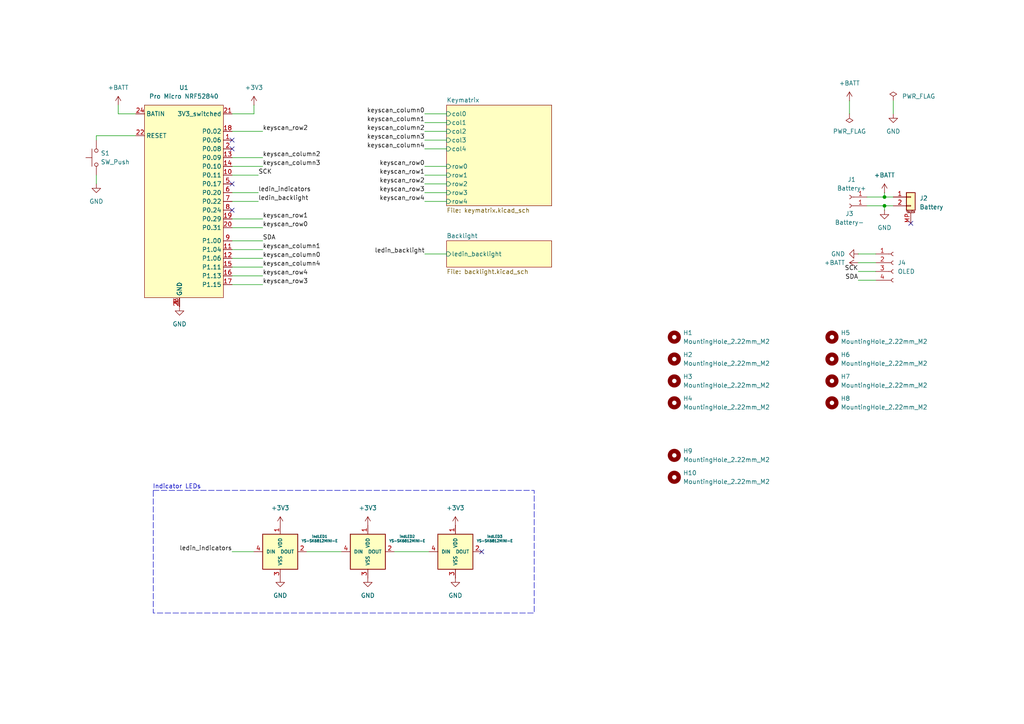
<source format=kicad_sch>
(kicad_sch (version 20231120) (generator "eeschema") (generator_version "8.0")
  (paper "A4")
  (title_block (title "Stellar left halve") (date "2024-11-18") (rev "v0.99") (company "Robo productions"))
  (lib_symbols
    (symbol "Connector:Conn_01x01_Socket" (pin_names (offset 1.016) hide)
      (property "Reference" "J" (at 0 2.54 0))
      (property "Value" "Conn_01x01_Socket" (at 0 -2.54 0))
      (symbol "Conn_01x01_Socket_1_1"
        (polyline (pts (xy -1.27 0) (xy -0.508 0)) (stroke (width 0.1524)))
        (arc (start 0 0.508) (mid -0.5058 0) (end 0 -0.508) (stroke (width 0.1524)))
        (pin passive line (at -5.08 0 0) (length 3.81) (name "Pin_1") (number "1"))
      )
    )
    (symbol "Connector:Conn_01x04_Socket" (pin_names (offset 1.016) hide)
      (property "Reference" "J" (at 0 5.08 0))
      (property "Value" "Conn_01x04_Socket" (at 0 -7.62 0))
      (symbol "Conn_01x04_Socket_1_1"
        (arc (start 0 -4.572) (mid -0.5058 -5.08) (end 0 -5.588) (stroke (width 0.1524)))
        (arc (start 0 -2.032) (mid -0.5058 -2.54) (end 0 -3.048) (stroke (width 0.1524)))
        (polyline (pts (xy -1.27 -5.08) (xy -0.508 -5.08)) (stroke (width 0.1524)))
        (polyline (pts (xy -1.27 -2.54) (xy -0.508 -2.54)) (stroke (width 0.1524)))
        (polyline (pts (xy -1.27 0) (xy -0.508 0)) (stroke (width 0.1524)))
        (polyline (pts (xy -1.27 2.54) (xy -0.508 2.54)) (stroke (width 0.1524)))
        (arc (start 0 0.508) (mid -0.5058 0) (end 0 -0.508) (stroke (width 0.1524)))
        (arc (start 0 3.048) (mid -0.5058 2.54) (end 0 2.032) (stroke (width 0.1524)))
        (pin passive line (at -5.08 2.54 0) (length 3.81) (name "Pin_1") (number "1"))
        (pin passive line (at -5.08 0 0) (length 3.81) (name "Pin_2") (number "2"))
        (pin passive line (at -5.08 -2.54 0) (length 3.81) (name "Pin_3") (number "3"))
        (pin passive line (at -5.08 -5.08 0) (length 3.81) (name "Pin_4") (number "4"))
      )
    )
    (symbol "Connector_Generic_MountingPin:Conn_01x02_MountingPin" (pin_names (offset 1.016) hide)
      (property "Reference" "J" (at 0 2.54 0))
      (property "Value" "Conn_01x02_MountingPin" (at 1.27 -5.08 0))
      (symbol "Conn_01x02_MountingPin_1_1"
        (rectangle (start -1.27 -2.413) (end 0 -2.667) (stroke (width 0.1524)))
        (rectangle (start -1.27 0.127) (end 0 -0.127) (stroke (width 0.1524)))
        (rectangle (start -1.27 1.27) (end 1.27 -3.81) (stroke (width 0.254)) (fill (type background)))
        (polyline (pts (xy -1.016 -4.572) (xy 1.016 -4.572)) (stroke (width 0.1524)))
        (text "Mounting" (at 0 -4.191 0) (effects (font (size 0.381 0.381))))
        (pin passive line (at -5.08 0 0) (length 3.81) (name "Pin_1") (number "1"))
        (pin passive line (at -5.08 -2.54 0) (length 3.81) (name "Pin_2") (number "2"))
        (pin passive line (at 0 -7.62 90) (length 3.048) (name "MountPin") (number "MP"))
      )
    )
    (symbol "Mechanical:MountingHole" (pin_names (offset 1.016)) (exclude_from_sim yes) (in_bom no)
      (property "Reference" "H" (at 0 5.08 0))
      (property "Value" "MountingHole" (at 0 3.175 0))
      (symbol "MountingHole_0_1"
        (circle (center 0 0) (radius 1.27) (stroke (width 1.27)))
      )
    )
    (symbol "Stelarlib:ProMicro"
      (property "Reference" "U" (at 1.016 2.032 0))
      (property "Value" "Pro Micro NRF52840" (at 10.16 4.572 0))
      (symbol "ProMicro_1_1"
        (rectangle (start 0 0) (end 22.86 -55.88) (fill (type background)))
        (pin bidirectional line (at 25.4 -10.16 180) (length 2.54) (name "P0.06") (number "1"))
        (pin bidirectional line (at 25.4 -20.32 180) (length 2.54) (name "P0.11") (number "10"))
        (pin bidirectional line (at 25.4 -41.91 180) (length 2.54) (name "P1.04") (number "11"))
        (pin bidirectional line (at 25.4 -44.45 180) (length 2.54) (name "P1.06") (number "12"))
        (pin bidirectional line (at 25.4 -15.24 180) (length 2.54) (name "P0.09") (number "13"))
        (pin bidirectional line (at 25.4 -17.78 180) (length 2.54) (name "P0.10") (number "14"))
        (pin bidirectional line (at 25.4 -46.99 180) (length 2.54) (name "P1.11") (number "15"))
        (pin bidirectional line (at 25.4 -49.53 180) (length 2.54) (name "P1.13") (number "16"))
        (pin bidirectional line (at 25.4 -52.07 180) (length 2.54) (name "P1.15") (number "17"))
        (pin bidirectional line (at 25.4 -7.62 180) (length 2.54) (name "P0.02") (number "18"))
        (pin bidirectional line (at 25.4 -33.02 180) (length 2.54) (name "P0.29") (number "19"))
        (pin bidirectional line (at 25.4 -12.7 180) (length 2.54) (name "P0.08") (number "2"))
        (pin bidirectional line (at 25.4 -35.56 180) (length 2.54) (name "P0.31") (number "20"))
        (pin power_out line (at 25.4 -2.54 180) (length 2.54) (name "3V3_switched") (number "21"))
        (pin input line (at -2.54 -8.89 0) (length 2.54) (name "RESET") (number "22"))
        (pin passive line (at 10.16 -58.42 90) (length 2.54) (name "GND") (number "23"))
        (pin power_in line (at -2.54 -2.54 0) (length 2.54) (name "BATIN") (number "24"))
        (pin power_in line (at 10.16 -58.42 90) (length 2.54) (name "GND") (number "3"))
        (pin passive line (at 10.16 -58.42 90) (length 2.54) (name "GND") (number "4"))
        (pin bidirectional line (at 25.4 -22.86 180) (length 2.54) (name "P0.17") (number "5"))
        (pin bidirectional line (at 25.4 -25.4 180) (length 2.54) (name "P0.20") (number "6"))
        (pin bidirectional line (at 25.4 -27.94 180) (length 2.54) (name "P0.22") (number "7"))
        (pin bidirectional line (at 25.4 -30.48 180) (length 2.54) (name "P0.24") (number "8"))
        (pin bidirectional line (at 25.4 -39.37 180) (length 2.54) (name "P1.00") (number "9"))
      )
    )
    (symbol "Stelarlib:YS-SK6812MINI-E" (pin_names (offset 1.016))
      (property "Reference" "LED" (at 2.54 -7.62 0))
      (property "Value" "YS-SK6812MINI-E" (at 6.35 -6.35 0))
      (symbol "YS-SK6812MINI-E_0_1"
        (rectangle (start -5.08 5.08) (end 5.08 -5.08) (stroke (width 0.254)) (fill (type background)))
      )
      (symbol "YS-SK6812MINI-E_1_1"
        (pin power_in line (at 0 7.62 270) (length 2.54) (name "VDD") (number "1"))
        (pin output line (at 7.62 0 180) (length 2.54) (name "DOUT") (number "2"))
        (pin power_in line (at 0 -7.62 90) (length 2.54) (name "VSS") (number "3"))
        (pin input line (at -7.62 0 0) (length 2.54) (name "DIN") (number "4"))
      )
    )
    (symbol "Switch:SW_Push" (pin_numbers hide) (pin_names (offset 1.016) hide)
      (property "Reference" "SW" (at 1.27 2.54 0))
      (property "Value" "SW_Push" (at 0 -1.524 0))
      (symbol "SW_Push_0_1"
        (circle (center -2.032 0) (radius 0.508))
        (polyline (pts (xy 0 1.27) (xy 0 3.048)))
        (polyline (pts (xy 2.54 1.27) (xy -2.54 1.27)))
        (circle (center 2.032 0) (radius 0.508))
        (pin passive line (at -5.08 0 0) (length 2.54) (name "1") (number "1"))
        (pin passive line (at 5.08 0 180) (length 2.54) (name "2") (number "2"))
      )
    )
    (symbol "power:+3V3" (power) (pin_numbers hide) (pin_names (offset 0) hide)
      (property "Value" "+3V3" (at 0 3.556 0))
      (symbol "+3V3_0_1"
        (polyline (pts (xy -0.762 1.27) (xy 0 2.54)))
        (polyline (pts (xy 0 0) (xy 0 2.54)))
        (polyline (pts (xy 0 2.54) (xy 0.762 1.27)))
      )
      (symbol "+3V3_1_1"
        (pin power_in line (at 0 0 90) (length 0) (name "~") (number "1"))
      )
    )
    (symbol "power:+BATT" (power) (pin_numbers hide) (pin_names (offset 0) hide)
      (property "Value" "+BATT" (at 0 3.556 0))
      (symbol "+BATT_0_1"
        (polyline (pts (xy -0.762 1.27) (xy 0 2.54)))
        (polyline (pts (xy 0 0) (xy 0 2.54)))
        (polyline (pts (xy 0 2.54) (xy 0.762 1.27)))
      )
      (symbol "+BATT_1_1"
        (pin power_in line (at 0 0 90) (length 0) (name "~") (number "1"))
      )
    )
    (symbol "power:GND" (power) (pin_numbers hide) (pin_names (offset 0) hide)
      (property "Value" "GND" (at 0 -3.81 0))
      (symbol "GND_0_1"
        (polyline (pts (xy 0 0) (xy 0 -1.27) (xy 1.27 -1.27) (xy 0 -2.54) (xy -1.27 -1.27) (xy 0 -1.27)))
      )
      (symbol "GND_1_1"
        (pin power_in line (at 0 0 270) (length 0) (name "~") (number "1"))
      )
    )
    (symbol "power:PWR_FLAG" (power) (pin_numbers hide) (pin_names (offset 0) hide)
      (property "Value" "PWR_FLAG" (at 0 3.81 0))
      (symbol "PWR_FLAG_0_0"
        (pin power_out line (at 0 0 90) (length 0) (name "~") (number "1"))
      )
      (symbol "PWR_FLAG_0_1"
        (polyline (pts (xy 0 0) (xy 0 1.27) (xy -1.016 1.905) (xy 0 2.54) (xy 1.016 1.905) (xy 0 1.27)))
      )
    )
  )
  (junction (at 256.54 57.15))
  (junction (at 256.54 59.69))
  (no_connect (at 67.31 40.64))
  (no_connect (at 67.31 60.96))
  (no_connect (at 67.31 53.34))
  (no_connect (at 67.31 43.18))
  (no_connect (at 264.16 64.77))
  (no_connect (at 139.7 160.02))
  (wire (pts (xy 73.66 30.48) (xy 73.66 33.02)))
  (wire (pts (xy 27.94 50.8) (xy 27.94 53.34)))
  (wire (pts (xy 248.92 81.28) (xy 254 81.28)))
  (wire (pts (xy 123.19 53.34) (xy 129.54 53.34)))
  (wire (pts (xy 67.31 66.04) (xy 76.2 66.04)))
  (wire (pts (xy 246.38 29.21) (xy 246.38 33.02)))
  (wire (pts (xy 248.92 76.2) (xy 254 76.2)))
  (wire (pts (xy 67.31 69.85) (xy 76.2 69.85)))
  (wire (pts (xy 123.19 43.18) (xy 129.54 43.18)))
  (wire (pts (xy 256.54 55.88) (xy 256.54 57.15)))
  (wire (pts (xy 67.31 77.47) (xy 76.2 77.47)))
  (wire (pts (xy 123.19 55.88) (xy 129.54 55.88)))
  (wire (pts (xy 251.46 57.15) (xy 256.54 57.15)))
  (wire (pts (xy 67.31 72.39) (xy 76.2 72.39)))
  (wire (pts (xy 259.08 59.69) (xy 256.54 59.69)))
  (wire (pts (xy 123.19 38.1) (xy 129.54 38.1)))
  (wire (pts (xy 256.54 59.69) (xy 256.54 60.96)))
  (wire (pts (xy 123.19 48.26) (xy 129.54 48.26)))
  (wire (pts (xy 73.66 33.02) (xy 67.31 33.02)))
  (wire (pts (xy 27.94 40.64) (xy 27.94 39.37)))
  (wire (pts (xy 248.92 73.66) (xy 254 73.66)))
  (wire (pts (xy 67.31 80.01) (xy 76.2 80.01)))
  (wire (pts (xy 67.31 38.1) (xy 76.2 38.1)))
  (wire (pts (xy 251.46 59.69) (xy 256.54 59.69)))
  (wire (pts (xy 67.31 45.72) (xy 76.2 45.72)))
  (wire (pts (xy 123.19 33.02) (xy 129.54 33.02)))
  (wire (pts (xy 114.3 160.02) (xy 124.46 160.02)))
  (wire (pts (xy 67.31 50.8) (xy 74.93 50.8)))
  (wire (pts (xy 67.31 160.02) (xy 73.66 160.02)))
  (wire (pts (xy 123.19 50.8) (xy 129.54 50.8)))
  (wire (pts (xy 67.31 55.88) (xy 74.93 55.88)))
  (wire (pts (xy 67.31 63.5) (xy 76.2 63.5)))
  (wire (pts (xy 259.08 29.21) (xy 259.08 33.02)))
  (wire (pts (xy 123.19 35.56) (xy 129.54 35.56)))
  (wire (pts (xy 123.19 40.64) (xy 129.54 40.64)))
  (wire (pts (xy 27.94 39.37) (xy 39.37 39.37)))
  (wire (pts (xy 88.9 160.02) (xy 99.06 160.02)))
  (wire (pts (xy 67.31 58.42) (xy 74.93 58.42)))
  (wire (pts (xy 256.54 57.15) (xy 259.08 57.15)))
  (wire (pts (xy 34.29 33.02) (xy 39.37 33.02)))
  (wire (pts (xy 123.19 73.66) (xy 129.54 73.66)))
  (wire (pts (xy 67.31 74.93) (xy 76.2 74.93)))
  (wire (pts (xy 248.92 78.74) (xy 254 78.74)))
  (wire (pts (xy 123.19 58.42) (xy 129.54 58.42)))
  (wire (pts (xy 67.31 48.26) (xy 76.2 48.26)))
  (wire (pts (xy 67.31 82.55) (xy 76.2 82.55)))
  (wire (pts (xy 34.29 30.48) (xy 34.29 33.02)))
  (rectangle (start 44.45 142.24) (end 154.94 177.8) (stroke (width 0) (type dash)))
  (text "Indicator LEDs" (at 51.308 141.224 0) (effects (font (size 1.27 1.27))))
  (label "keyscan_row1" (at 123.19 50.8 180))
  (label "SDA" (at 76.2 69.85 0))
  (label "SCK" (at 248.92 78.74 180))
  (label "keyscan_row3" (at 76.2 82.55 0))
  (label "keyscan_column2" (at 76.2 45.72 0))
  (label "ledin_backlight" (at 123.19 73.66 180))
  (label "keyscan_column1" (at 76.2 72.39 0))
  (label "keyscan_column3" (at 123.19 40.64 180))
  (label "keyscan_row3" (at 123.19 55.88 180))
  (label "keyscan_column3" (at 76.2 48.26 0))
  (label "keyscan_row0" (at 76.2 66.04 0))
  (label "keyscan_row0" (at 123.19 48.26 180))
  (label "keyscan_column2" (at 123.19 38.1 180))
  (label "ledin_indicators" (at 74.93 55.88 0))
  (label "keyscan_column0" (at 76.2 74.93 0))
  (label "keyscan_column0" (at 123.19 33.02 180))
  (label "ledin_backlight" (at 74.93 58.42 0))
  (label "keyscan_row4" (at 76.2 80.01 0))
  (label "keyscan_row4" (at 123.19 58.42 180))
  (label "keyscan_column4" (at 123.19 43.18 180))
  (label "SDA" (at 248.92 81.28 180))
  (label "keyscan_row1" (at 76.2 63.5 0))
  (label "keyscan_column1" (at 123.19 35.56 180))
  (label "SCK" (at 74.93 50.8 0))
  (label "keyscan_row2" (at 76.2 38.1 0))
  (label "keyscan_row2" (at 123.19 53.34 180))
  (label "keyscan_column4" (at 76.2 77.47 0))
  (label "ledin_indicators" (at 67.31 160.02 180))
  (symbol (lib_id "power:+BATT") (at 34.29 30.48 0) (unit 1)
    (property "Reference" "#PWR02" (effects (hide yes)))
    (property "Value" "+BATT" (at 34.29 25.4 0))
    (property "Description" "Power symbol creates a global label with name \"+BATT\"" (effects (hide yes)))
  )
  (symbol (lib_id "Mechanical:MountingHole") (at 241.3 97.79 0) (unit 1) (exclude_from_sim yes) (in_bom no)
    (property "Reference" "H5" (at 243.84 96.5199 0) (effects (justify left)))
    (property "Value" "MountingHole_2.22mm_M2" (at 243.84 99.0599 0) (effects (justify left)))
    (property "Footprint" "MountingHole:MountingHole_3.5mm" (effects (hide yes)))
    (property "Description" "Mounting Hole without connection" (effects (hide yes)))
  )
  (symbol (lib_id "Mechanical:MountingHole") (at 241.3 116.84 0) (unit 1) (exclude_from_sim yes) (in_bom no)
    (property "Reference" "H8" (at 243.84 115.5699 0) (effects (justify left)))
    (property "Value" "MountingHole_2.22mm_M2" (at 243.84 118.1099 0) (effects (justify left)))
    (property "Footprint" "MountingHole:MountingHole_3.5mm" (effects (hide yes)))
    (property "Description" "Mounting Hole without connection" (effects (hide yes)))
  )
  (symbol (lib_id "Mechanical:MountingHole") (at 195.58 138.43 0) (unit 1) (exclude_from_sim yes) (in_bom no)
    (property "Reference" "H10" (at 198.12 137.1599 0) (effects (justify left)))
    (property "Value" "MountingHole_2.22mm_M2" (at 198.12 139.6999 0) (effects (justify left)))
    (property "Footprint" "MountingHole:MountingHole_2.2mm_M2_DIN965_Pad_TopOnly" (effects (hide yes)))
    (property "Description" "Mounting Hole without connection" (effects (hide yes)))
  )
  (symbol (lib_id "power:GND") (at 81.28 167.64 0) (unit 1)
    (property "Reference" "#PWR014" (effects (hide yes)))
    (property "Value" "GND" (at 81.28 172.72 0))
    (property "Description" "Power symbol creates a global label with name \"GND\" , ground" (effects (hide yes)))
  )
  (symbol (lib_id "power:GND") (at 132.08 167.64 0) (unit 1)
    (property "Reference" "#PWR016" (effects (hide yes)))
    (property "Value" "GND" (at 132.08 172.72 0))
    (property "Description" "Power symbol creates a global label with name \"GND\" , ground" (effects (hide yes)))
  )
  (symbol (lib_id "Mechanical:MountingHole") (at 241.3 104.14 0) (unit 1) (exclude_from_sim yes) (in_bom no)
    (property "Reference" "H6" (at 243.84 102.8699 0) (effects (justify left)))
    (property "Value" "MountingHole_2.22mm_M2" (at 243.84 105.4099 0) (effects (justify left)))
    (property "Footprint" "MountingHole:MountingHole_3.5mm" (effects (hide yes)))
    (property "Description" "Mounting Hole without connection" (effects (hide yes)))
  )
  (symbol (lib_id "Mechanical:MountingHole") (at 195.58 104.14 0) (unit 1) (exclude_from_sim yes) (in_bom no)
    (property "Reference" "H2" (at 198.12 102.8699 0) (effects (justify left)))
    (property "Value" "MountingHole_2.22mm_M2" (at 198.12 105.4099 0) (effects (justify left)))
    (property "Footprint" "MountingHole:MountingHole_2.2mm_M2_DIN965_Pad_TopOnly" (effects (hide yes)))
    (property "Description" "Mounting Hole without connection" (effects (hide yes)))
  )
  (symbol (lib_id "Stelarlib:YS-SK6812MINI-E") (at 81.28 160.02 0) (unit 1)
    (property "Reference" "indLED1" (at 92.71 155.6065 0) (effects (font (size 0.7366 0.7366))))
    (property "Value" "YS-SK6812MINI-E" (at 92.71 156.8765 0) (effects (font (size 0.7366 0.7366))))
    (property "Footprint" "Stellarlib:YS-SK6812MINI-E" (effects (hide yes)))
  )
  (symbol (lib_id "power:+BATT") (at 248.92 76.2 90) (unit 1)
    (property "Reference" "#PWR09" (effects (hide yes)))
    (property "Value" "+BATT" (at 245.11 76.1999 90) (effects (justify left)))
    (property "Description" "Power symbol creates a global label with name \"+BATT\"" (effects (hide yes)))
  )
  (symbol (lib_id "Stelarlib:YS-SK6812MINI-E") (at 106.68 160.02 0) (unit 1)
    (property "Reference" "indLED2" (at 118.11 155.6065 0) (effects (font (size 0.7366 0.7366))))
    (property "Value" "YS-SK6812MINI-E" (at 118.11 156.8765 0) (effects (font (size 0.7366 0.7366))))
    (property "Footprint" "Stellarlib:YS-SK6812MINI-E" (effects (hide yes)))
  )
  (symbol (lib_id "Stelarlib:ProMicro") (at 41.91 30.48 0) (unit 1)
    (property "Reference" "U1" (at 53.34 25.4 0))
    (property "Value" "Pro Micro NRF52840" (at 53.34 27.94 0))
    (property "Footprint" "Stellarlib:ProMicro-NoSilk" (effects (hide yes)))
    (property "Datasheet" "https://wiki.icbbuy.com/doku.php?spm=a2g0o.detail.1000023.1.1b29kSkMkSkMYW&id=developmentboard:nrf52840" (effects (hide yes)))
    (property "Description" "ProMicro NRF52840 compatible with Nice!nano." (effects (hide yes)))
  )
  (symbol (lib_id "Mechanical:MountingHole") (at 195.58 110.49 0) (unit 1) (exclude_from_sim yes) (in_bom no)
    (property "Reference" "H3" (at 198.12 109.2199 0) (effects (justify left)))
    (property "Value" "MountingHole_2.22mm_M2" (at 198.12 111.7599 0) (effects (justify left)))
    (property "Footprint" "MountingHole:MountingHole_2.2mm_M2_DIN965_Pad_TopOnly" (effects (hide yes)))
    (property "Description" "Mounting Hole without connection" (effects (hide yes)))
  )
  (symbol (lib_id "power:GND") (at 256.54 60.96 0) (unit 1)
    (property "Reference" "#PWR07" (effects (hide yes)))
    (property "Value" "GND" (at 256.54 66.04 0))
    (property "Description" "Power symbol creates a global label with name \"GND\" , ground" (effects (hide yes)))
  )
  (symbol (lib_id "Stelarlib:YS-SK6812MINI-E") (at 132.08 160.02 0) (unit 1)
    (property "Reference" "indLED3" (at 143.51 155.6065 0) (effects (font (size 0.7366 0.7366))))
    (property "Value" "YS-SK6812MINI-E" (at 143.51 156.8765 0) (effects (font (size 0.7366 0.7366))))
    (property "Footprint" "Stellarlib:YS-SK6812MINI-E" (effects (hide yes)))
  )
  (symbol (lib_id "Connector_Generic_MountingPin:Conn_01x02_MountingPin") (at 264.16 57.15 0) (unit 1)
    (property "Reference" "J2" (at 266.7 57.5055 0) (effects (justify left)))
    (property "Value" "Battery" (at 266.7 60.0455 0) (effects (justify left)))
    (property "Footprint" "Connector_JST:JST_PH_S2B-PH-SM4-TB_1x02-1MP_P2.00mm_Horizontal" (effects (hide yes)))
    (property "Description" "Generic connectable mounting pin connector, single row, 01x02, script generated (kicad-library-utils/schlib/autogen/connector/)" (effects (hide yes)))
  )
  (symbol (lib_id "Mechanical:MountingHole") (at 195.58 132.08 0) (unit 1) (exclude_from_sim yes) (in_bom no)
    (property "Reference" "H9" (at 198.12 130.8099 0) (effects (justify left)))
    (property "Value" "MountingHole_2.22mm_M2" (at 198.12 133.3499 0) (effects (justify left)))
    (property "Footprint" "MountingHole:MountingHole_2.2mm_M2_DIN965_Pad_TopOnly" (effects (hide yes)))
    (property "Description" "Mounting Hole without connection" (effects (hide yes)))
  )
  (symbol (lib_id "Mechanical:MountingHole") (at 195.58 97.79 0) (unit 1) (exclude_from_sim yes) (in_bom no)
    (property "Reference" "H1" (at 198.12 96.5199 0) (effects (justify left)))
    (property "Value" "MountingHole_2.22mm_M2" (at 198.12 99.0599 0) (effects (justify left)))
    (property "Footprint" "MountingHole:MountingHole_2.2mm_M2_DIN965_Pad_TopOnly" (effects (hide yes)))
    (property "Description" "Mounting Hole without connection" (effects (hide yes)))
  )
  (symbol (lib_id "power:+BATT") (at 246.38 29.21 0) (unit 1)
    (property "Reference" "#PWR01" (effects (hide yes)))
    (property "Value" "+BATT" (at 246.38 24.13 0))
    (property "Description" "Power symbol creates a global label with name \"+BATT\"" (effects (hide yes)))
  )
  (symbol (lib_id "power:+3V3") (at 106.68 152.4 0) (unit 1)
    (property "Reference" "#PWR012" (effects (hide yes)))
    (property "Value" "+3V3" (at 106.68 147.32 0))
    (property "Description" "Power symbol creates a global label with name \"+3V3\"" (effects (hide yes)))
  )
  (symbol (lib_id "power:+3V3") (at 81.28 152.4 0) (unit 1)
    (property "Reference" "#PWR011" (effects (hide yes)))
    (property "Value" "+3V3" (at 81.28 147.32 0))
    (property "Description" "Power symbol creates a global label with name \"+3V3\"" (effects (hide yes)))
  )
  (symbol (lib_id "power:GND") (at 27.94 53.34 0) (unit 1)
    (property "Reference" "#PWR05" (effects (hide yes)))
    (property "Value" "GND" (at 27.94 58.42 0))
    (property "Description" "Power symbol creates a global label with name \"GND\" , ground" (effects (hide yes)))
  )
  (symbol (lib_id "power:+BATT") (at 256.54 55.88 0) (unit 1)
    (property "Reference" "#PWR06" (effects (hide yes)))
    (property "Value" "+BATT" (at 256.54 50.8 0))
    (property "Description" "Power symbol creates a global label with name \"+BATT\"" (effects (hide yes)))
  )
  (symbol (lib_id "power:GND") (at 248.92 73.66 270) (unit 1)
    (property "Reference" "#PWR08" (effects (hide yes)))
    (property "Value" "GND" (at 245.11 73.6599 90) (effects (justify right)))
    (property "Description" "Power symbol creates a global label with name \"GND\" , ground" (effects (hide yes)))
  )
  (symbol (lib_id "Connector:Conn_01x01_Socket") (at 246.38 59.69 180) (unit 1)
    (property "Reference" "J3" (at 246.38 61.976 0))
    (property "Value" "Battery-" (at 246.38 64.516 0))
    (property "Footprint" "TestPoint:TestPoint_THTPad_D2.5mm_Drill1.2mm" (effects (hide yes)))
    (property "Description" "Generic connector, single row, 01x01, script generated" (effects (hide yes)))
  )
  (symbol (lib_id "power:+3V3") (at 132.08 152.4 0) (unit 1)
    (property "Reference" "#PWR013" (effects (hide yes)))
    (property "Value" "+3V3" (at 132.08 147.32 0))
    (property "Description" "Power symbol creates a global label with name \"+3V3\"" (effects (hide yes)))
  )
  (symbol (lib_id "power:GND") (at 106.68 167.64 0) (unit 1)
    (property "Reference" "#PWR015" (effects (hide yes)))
    (property "Value" "GND" (at 106.68 172.72 0))
    (property "Description" "Power symbol creates a global label with name \"GND\" , ground" (effects (hide yes)))
  )
  (symbol (lib_id "Mechanical:MountingHole") (at 195.58 116.84 0) (unit 1) (exclude_from_sim yes) (in_bom no)
    (property "Reference" "H4" (at 198.12 115.5699 0) (effects (justify left)))
    (property "Value" "MountingHole_2.22mm_M2" (at 198.12 118.1099 0) (effects (justify left)))
    (property "Footprint" "MountingHole:MountingHole_2.2mm_M2_DIN965_Pad_TopOnly" (effects (hide yes)))
    (property "Description" "Mounting Hole without connection" (effects (hide yes)))
  )
  (symbol (lib_id "Connector:Conn_01x04_Socket") (at 259.08 76.2 0) (unit 1)
    (property "Reference" "J4" (at 260.35 76.1999 0) (effects (justify left)))
    (property "Value" "OLED" (at 260.35 78.7399 0) (effects (justify left)))
    (property "Footprint" "Connector_JST:JST_PH_S4B-PH-K_1x04_P2.00mm_Horizontal" (effects (hide yes)))
    (property "Description" "Generic connector, single row, 01x04, script generated" (effects (hide yes)))
  )
  (symbol (lib_id "Switch:SW_Push") (at 27.94 45.72 90) (unit 1)
    (property "Reference" "S1" (at 29.21 44.4499 90) (effects (justify right)))
    (property "Value" "SW_Push" (at 29.21 46.9899 90) (effects (justify right)))
    (property "Footprint" "Stellarlib:microswitch_3x4x2mm" (effects (hide yes)))
    (property "Description" "Push button switch, generic, two pins" (effects (hide yes)))
  )
  (symbol (lib_id "power:PWR_FLAG") (at 246.38 33.02 180) (unit 1)
    (property "Reference" "#FLG02" (effects (hide yes)))
    (property "Value" "PWR_FLAG" (at 246.38 38.1 0))
    (property "Description" "Special symbol for telling ERC where power comes from" (effects (hide yes)))
  )
  (symbol (lib_id "Connector:Conn_01x01_Socket") (at 246.38 57.15 180) (unit 1)
    (property "Reference" "J1" (at 247.015 52.07 0))
    (property "Value" "Battery+" (at 247.015 54.61 0))
    (property "Footprint" "TestPoint:TestPoint_THTPad_D2.5mm_Drill1.2mm" (effects (hide yes)))
    (property "Description" "Generic connector, single row, 01x01, script generated" (effects (hide yes)))
  )
  (symbol (lib_id "power:GND") (at 259.08 33.02 0) (unit 1)
    (property "Reference" "#PWR04" (effects (hide yes)))
    (property "Value" "GND" (at 259.08 38.1 0))
    (property "Description" "Power symbol creates a global label with name \"GND\" , ground" (effects (hide yes)))
  )
  (symbol (lib_id "power:GND") (at 52.07 88.9 0) (unit 1)
    (property "Reference" "#PWR010" (effects (hide yes)))
    (property "Value" "GND" (at 52.07 93.98 0))
    (property "Description" "Power symbol creates a global label with name \"GND\" , ground" (effects (hide yes)))
  )
  (symbol (lib_id "power:PWR_FLAG") (at 259.08 29.21 0) (unit 1)
    (property "Reference" "#FLG01" (effects (hide yes)))
    (property "Value" "PWR_FLAG" (at 261.62 27.9399 0) (effects (justify left)))
    (property "Description" "Special symbol for telling ERC where power comes from" (effects (hide yes)))
  )
  (symbol (lib_id "Mechanical:MountingHole") (at 241.3 110.49 0) (unit 1) (exclude_from_sim yes) (in_bom no)
    (property "Reference" "H7" (at 243.84 109.2199 0) (effects (justify left)))
    (property "Value" "MountingHole_2.22mm_M2" (at 243.84 111.7599 0) (effects (justify left)))
    (property "Footprint" "MountingHole:MountingHole_3.5mm" (effects (hide yes)))
    (property "Description" "Mounting Hole without connection" (effects (hide yes)))
  )
  (symbol (lib_id "power:+3V3") (at 73.66 30.48 0) (unit 1)
    (property "Reference" "#PWR03" (effects (hide yes)))
    (property "Value" "+3V3" (at 73.66 25.4 0))
    (property "Description" "Power symbol creates a global label with name \"+3V3\"" (effects (hide yes)))
  )
  (sheet (at 129.54 30.48) (size 30.48 29.21) (stroke (width 0.1524)) (fill (color 255 255 194 1.0000))
    (property "Sheetname" "Keymatrix" (at 129.54 29.7684 0) (effects (justify left bottom)))
    (property "Sheetfile" "keymatrix.kicad_sch" (at 129.54 60.2746 0) (effects (justify left top)))
    (pin "col0" input (at 129.54 33.02 180))
    (pin "row0" input (at 129.54 48.26 180))
    (pin "row1" input (at 129.54 50.8 180))
    (pin "row2" input (at 129.54 53.34 180))
    (pin "row3" input (at 129.54 55.88 180))
    (pin "row4" input (at 129.54 58.42 180))
    (pin "col1" input (at 129.54 35.56 180))
    (pin "col2" input (at 129.54 38.1 180))
    (pin "col3" input (at 129.54 40.64 180))
    (pin "col4" input (at 129.54 43.18 180))
  )
  (sheet (at 129.54 69.85) (size 30.48 7.62) (stroke (width 0.1524)) (fill (color 255 255 194 1.0000))
    (property "Sheetname" "Backlight" (at 129.54 69.1384 0) (effects (justify left bottom)))
    (property "Sheetfile" "backlight.kicad_sch" (at 129.54 78.0546 0) (effects (justify left top)))
    (pin "ledin_backlight" input (at 129.54 73.66 180))
  )
)
</source>
